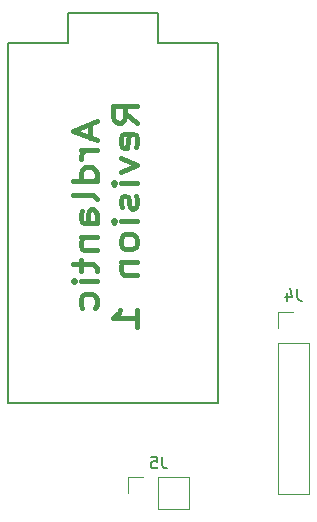
<source format=gbr>
G04 #@! TF.GenerationSoftware,KiCad,Pcbnew,5.0.1*
G04 #@! TF.CreationDate,2019-02-03T14:29:02+01:00*
G04 #@! TF.ProjectId,ardlantic,6172646C616E7469632E6B696361645F,rev?*
G04 #@! TF.SameCoordinates,Original*
G04 #@! TF.FileFunction,Legend,Bot*
G04 #@! TF.FilePolarity,Positive*
%FSLAX46Y46*%
G04 Gerber Fmt 4.6, Leading zero omitted, Abs format (unit mm)*
G04 Created by KiCad (PCBNEW 5.0.1) date Sun 03 Feb 2019 02:29:02 PM CET*
%MOMM*%
%LPD*%
G01*
G04 APERTURE LIST*
%ADD10C,0.400000*%
%ADD11C,0.120000*%
%ADD12C,0.150000*%
G04 APERTURE END LIST*
D10*
X114838333Y-58877380D02*
X114838333Y-60067857D01*
X115409761Y-58639285D02*
X113409761Y-59472619D01*
X115409761Y-60305952D01*
X115409761Y-61139285D02*
X114076428Y-61139285D01*
X114457380Y-61139285D02*
X114266904Y-61258333D01*
X114171666Y-61377380D01*
X114076428Y-61615476D01*
X114076428Y-61853571D01*
X115409761Y-63758333D02*
X113409761Y-63758333D01*
X115314523Y-63758333D02*
X115409761Y-63520238D01*
X115409761Y-63044047D01*
X115314523Y-62805952D01*
X115219285Y-62686904D01*
X115028809Y-62567857D01*
X114457380Y-62567857D01*
X114266904Y-62686904D01*
X114171666Y-62805952D01*
X114076428Y-63044047D01*
X114076428Y-63520238D01*
X114171666Y-63758333D01*
X115409761Y-65305952D02*
X115314523Y-65067857D01*
X115124047Y-64948809D01*
X113409761Y-64948809D01*
X115409761Y-67329761D02*
X114362142Y-67329761D01*
X114171666Y-67210714D01*
X114076428Y-66972619D01*
X114076428Y-66496428D01*
X114171666Y-66258333D01*
X115314523Y-67329761D02*
X115409761Y-67091666D01*
X115409761Y-66496428D01*
X115314523Y-66258333D01*
X115124047Y-66139285D01*
X114933571Y-66139285D01*
X114743095Y-66258333D01*
X114647857Y-66496428D01*
X114647857Y-67091666D01*
X114552619Y-67329761D01*
X114076428Y-68520238D02*
X115409761Y-68520238D01*
X114266904Y-68520238D02*
X114171666Y-68639285D01*
X114076428Y-68877380D01*
X114076428Y-69234523D01*
X114171666Y-69472619D01*
X114362142Y-69591666D01*
X115409761Y-69591666D01*
X114076428Y-70425000D02*
X114076428Y-71377380D01*
X113409761Y-70782142D02*
X115124047Y-70782142D01*
X115314523Y-70901190D01*
X115409761Y-71139285D01*
X115409761Y-71377380D01*
X115409761Y-72210714D02*
X114076428Y-72210714D01*
X113409761Y-72210714D02*
X113505000Y-72091666D01*
X113600238Y-72210714D01*
X113505000Y-72329761D01*
X113409761Y-72210714D01*
X113600238Y-72210714D01*
X115314523Y-74472619D02*
X115409761Y-74234523D01*
X115409761Y-73758333D01*
X115314523Y-73520238D01*
X115219285Y-73401190D01*
X115028809Y-73282142D01*
X114457380Y-73282142D01*
X114266904Y-73401190D01*
X114171666Y-73520238D01*
X114076428Y-73758333D01*
X114076428Y-74234523D01*
X114171666Y-74472619D01*
X118809761Y-58817857D02*
X117857380Y-57984523D01*
X118809761Y-57389285D02*
X116809761Y-57389285D01*
X116809761Y-58341666D01*
X116905000Y-58579761D01*
X117000238Y-58698809D01*
X117190714Y-58817857D01*
X117476428Y-58817857D01*
X117666904Y-58698809D01*
X117762142Y-58579761D01*
X117857380Y-58341666D01*
X117857380Y-57389285D01*
X118714523Y-60841666D02*
X118809761Y-60603571D01*
X118809761Y-60127380D01*
X118714523Y-59889285D01*
X118524047Y-59770238D01*
X117762142Y-59770238D01*
X117571666Y-59889285D01*
X117476428Y-60127380D01*
X117476428Y-60603571D01*
X117571666Y-60841666D01*
X117762142Y-60960714D01*
X117952619Y-60960714D01*
X118143095Y-59770238D01*
X117476428Y-61794047D02*
X118809761Y-62389285D01*
X117476428Y-62984523D01*
X118809761Y-63936904D02*
X117476428Y-63936904D01*
X116809761Y-63936904D02*
X116905000Y-63817857D01*
X117000238Y-63936904D01*
X116905000Y-64055952D01*
X116809761Y-63936904D01*
X117000238Y-63936904D01*
X118714523Y-65008333D02*
X118809761Y-65246428D01*
X118809761Y-65722619D01*
X118714523Y-65960714D01*
X118524047Y-66079761D01*
X118428809Y-66079761D01*
X118238333Y-65960714D01*
X118143095Y-65722619D01*
X118143095Y-65365476D01*
X118047857Y-65127380D01*
X117857380Y-65008333D01*
X117762142Y-65008333D01*
X117571666Y-65127380D01*
X117476428Y-65365476D01*
X117476428Y-65722619D01*
X117571666Y-65960714D01*
X118809761Y-67151190D02*
X117476428Y-67151190D01*
X116809761Y-67151190D02*
X116905000Y-67032142D01*
X117000238Y-67151190D01*
X116905000Y-67270238D01*
X116809761Y-67151190D01*
X117000238Y-67151190D01*
X118809761Y-68698809D02*
X118714523Y-68460714D01*
X118619285Y-68341666D01*
X118428809Y-68222619D01*
X117857380Y-68222619D01*
X117666904Y-68341666D01*
X117571666Y-68460714D01*
X117476428Y-68698809D01*
X117476428Y-69055952D01*
X117571666Y-69294047D01*
X117666904Y-69413095D01*
X117857380Y-69532142D01*
X118428809Y-69532142D01*
X118619285Y-69413095D01*
X118714523Y-69294047D01*
X118809761Y-69055952D01*
X118809761Y-68698809D01*
X117476428Y-70603571D02*
X118809761Y-70603571D01*
X117666904Y-70603571D02*
X117571666Y-70722619D01*
X117476428Y-70960714D01*
X117476428Y-71317857D01*
X117571666Y-71555952D01*
X117762142Y-71675000D01*
X118809761Y-71675000D01*
X118809761Y-76079761D02*
X118809761Y-74651190D01*
X118809761Y-75365476D02*
X116809761Y-75365476D01*
X117095476Y-75127380D01*
X117285952Y-74889285D01*
X117381190Y-74651190D01*
D11*
G04 #@! TO.C,J4*
X132080000Y-74870000D02*
X130750000Y-74870000D01*
X130750000Y-74870000D02*
X130750000Y-76200000D01*
X130750000Y-77470000D02*
X130750000Y-90230000D01*
X133410000Y-90230000D02*
X130750000Y-90230000D01*
X133410000Y-77470000D02*
X133410000Y-90230000D01*
X133410000Y-77470000D02*
X130750000Y-77470000D01*
G04 #@! TO.C,J5*
X123250000Y-88840000D02*
X123250000Y-91500000D01*
X120650000Y-88840000D02*
X123250000Y-88840000D01*
X120650000Y-91500000D02*
X123250000Y-91500000D01*
X120650000Y-88840000D02*
X120650000Y-91500000D01*
X119380000Y-88840000D02*
X118050000Y-88840000D01*
X118050000Y-88840000D02*
X118050000Y-90170000D01*
D12*
G04 #@! TO.C,U1*
X125730000Y-82550000D02*
X107950000Y-82550000D01*
X107950000Y-82550000D02*
X107950000Y-52070000D01*
X107950000Y-52070000D02*
X113030000Y-52070000D01*
X113030000Y-52070000D02*
X113030000Y-49530000D01*
X113030000Y-49530000D02*
X120650000Y-49530000D01*
X120650000Y-49530000D02*
X120650000Y-52070000D01*
X120650000Y-52070000D02*
X125730000Y-52070000D01*
X125730000Y-52070000D02*
X125730000Y-82550000D01*
G04 #@! TO.C,J4*
X132413333Y-72882380D02*
X132413333Y-73596666D01*
X132460952Y-73739523D01*
X132556190Y-73834761D01*
X132699047Y-73882380D01*
X132794285Y-73882380D01*
X131508571Y-73215714D02*
X131508571Y-73882380D01*
X131746666Y-72834761D02*
X131984761Y-73549047D01*
X131365714Y-73549047D01*
G04 #@! TO.C,J5*
X120983333Y-87082380D02*
X120983333Y-87796666D01*
X121030952Y-87939523D01*
X121126190Y-88034761D01*
X121269047Y-88082380D01*
X121364285Y-88082380D01*
X120030952Y-87082380D02*
X120507142Y-87082380D01*
X120554761Y-87558571D01*
X120507142Y-87510952D01*
X120411904Y-87463333D01*
X120173809Y-87463333D01*
X120078571Y-87510952D01*
X120030952Y-87558571D01*
X119983333Y-87653809D01*
X119983333Y-87891904D01*
X120030952Y-87987142D01*
X120078571Y-88034761D01*
X120173809Y-88082380D01*
X120411904Y-88082380D01*
X120507142Y-88034761D01*
X120554761Y-87987142D01*
G04 #@! TD*
M02*

</source>
